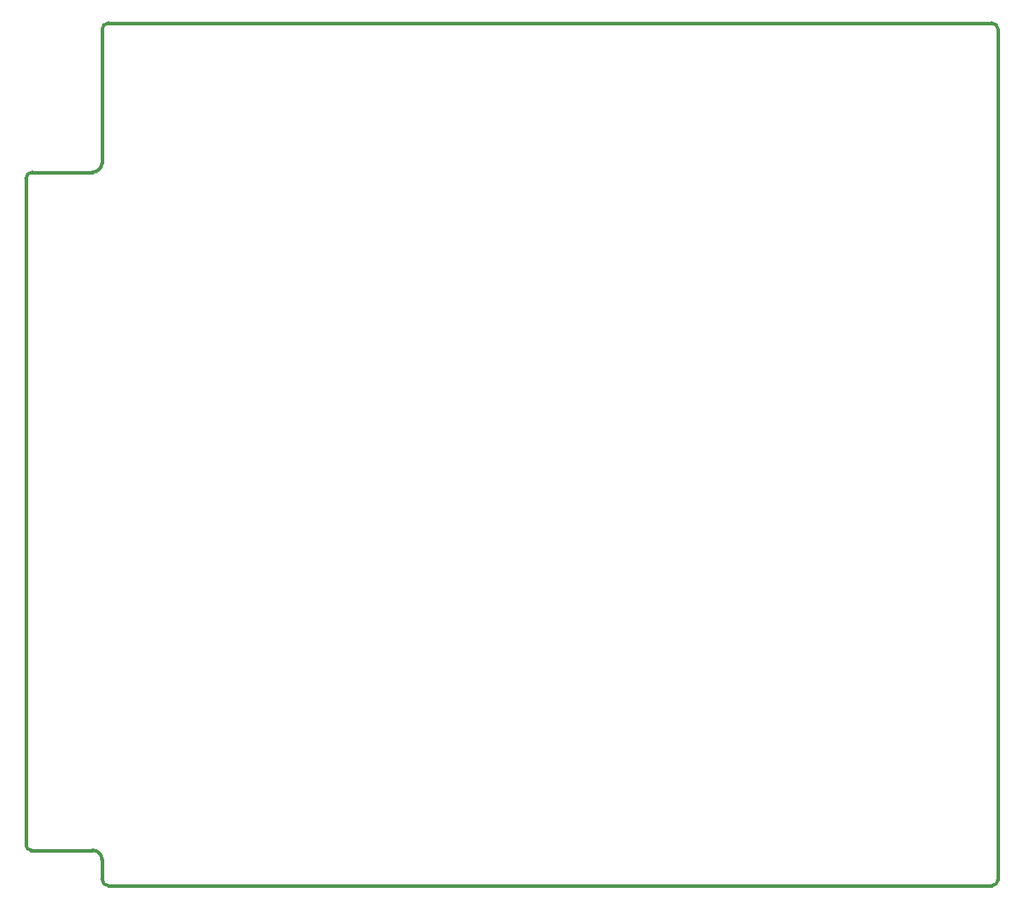
<source format=gbr>
%TF.GenerationSoftware,KiCad,Pcbnew,(5.1.12)-1*%
%TF.CreationDate,2022-05-27T21:16:08+02:00*%
%TF.ProjectId,ec1834-post,65633138-3334-42d7-906f-73742e6b6963,2b*%
%TF.SameCoordinates,Original*%
%TF.FileFunction,Profile,NP*%
%FSLAX46Y46*%
G04 Gerber Fmt 4.6, Leading zero omitted, Abs format (unit mm)*
G04 Created by KiCad (PCBNEW (5.1.12)-1) date 2022-05-27 21:16:08*
%MOMM*%
%LPD*%
G01*
G04 APERTURE LIST*
%TA.AperFunction,Profile*%
%ADD10C,0.381000*%
%TD*%
G04 APERTURE END LIST*
D10*
X58293000Y-148717000D02*
G75*
G02*
X59436000Y-149860000I0J-1143000D01*
G01*
X59436000Y-66040000D02*
G75*
G02*
X58293000Y-67183000I-1143000J0D01*
G01*
X60232000Y-152990000D02*
G75*
G02*
X59436000Y-152194000I0J796000D01*
G01*
X167166000Y-152194000D02*
G75*
G02*
X166370000Y-152990000I-796000J0D01*
G01*
X166370000Y-49242000D02*
G75*
G02*
X167166000Y-50038000I0J-796000D01*
G01*
X59436000Y-50038000D02*
G75*
G02*
X60232000Y-49242000I796000J0D01*
G01*
X50927000Y-148717000D02*
G75*
G02*
X50292000Y-148082000I0J635000D01*
G01*
X50292000Y-67945000D02*
G75*
G02*
X51054000Y-67183000I762000J0D01*
G01*
X50292000Y-148082000D02*
X50292000Y-67945000D01*
X58293000Y-148717000D02*
X50927000Y-148717000D01*
X51054000Y-67183000D02*
X58293000Y-67183000D01*
X59436000Y-66040000D02*
X59436000Y-50038000D01*
X167166000Y-50038000D02*
X167166000Y-152194000D01*
X60232000Y-49242000D02*
X166370000Y-49242000D01*
X59436000Y-152194000D02*
X59436000Y-149860000D01*
X166370000Y-152990000D02*
X60232000Y-152990000D01*
M02*

</source>
